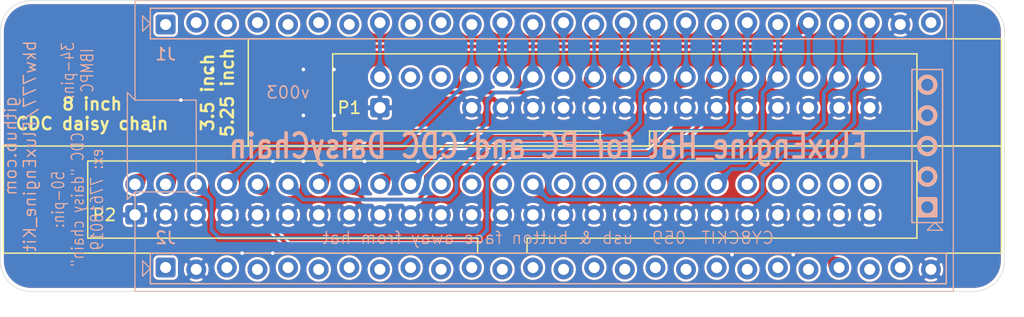
<source format=kicad_pcb>
(kicad_pcb (version 20240108) (generator "pcbnew") (generator_version "8.0")
  (title_block (title "FluxEngine_Hat for PC and CDC DaisyChain") (date "2024-04-29") (rev "003") (company "Brian K. White - b.kenyon.w@gmail.com") (comment 1 "github.com/bkw777/FluxEngine_Kit"))
  (layers (0 "F.Cu" signal) (31 "B.Cu" signal) (34 "B.Paste" user) (35 "F.Paste" user) (36 "B.SilkS" user "B.Silkscreen") (37 "F.SilkS" user "F.Silkscreen") (38 "B.Mask" user) (39 "F.Mask" user) (44 "Edge.Cuts" user))
  (net 0 "")
  (net 1 "GND")
  (net 4 "/SIDE")
  (net 5 "/~{DSB}")
  (net 6 "/~{REDWC}")
  (net 7 "/~{TRK0}")
  (net 8 "/~{MOTB}")
  (net 9 "/~{WGATE}")
  (net 10 "/~{INDEX}")
  (net 11 "/~{WPROT}")
  (net 12 "/~{DSA}")
  (net 13 "/~{MOTA}")
  (net 14 "/~{STEP}")
  (net 15 "/DIR")
  (net 54 "/~{DSKCHG}")
  (net 57 "/~{WDATA}")
  (net 58 "/~{RDATA}")
  (net 60 "/~{TG43}")
  (footprint "000_LOCAL:IDC-Header_2x17_P2.54mm_Latch_Vertical - FDD" (layer "F.Cu") (at 133.985 93.345 90)
    (property "Reference" "P1" (at 0 -2.54 0) (layer "F.SilkS"))
    (property "Value" "FDC_BUS_IBMPC")
    (fp_line (start 5.715 -10.922) (end 5.715 51.562) (stroke (width 0.12)) (layer "F.SilkS"))
    (fp_line (start -3.175 -10.922) (end 5.715 -10.922) (stroke (width 0.12)) (layer "F.SilkS"))
    (fp_line (start 4.47 -3.92) (end 4.47 44.56) (stroke (width 0.12)) (layer "F.SilkS"))
    (fp_line (start -1.93 -3.92) (end 4.47 -3.92) (stroke (width 0.12)) (layer "F.SilkS"))
    (fp_line (start -1.93 18.27) (end -1.93 -3.92) (stroke (width 0.12)) (layer "F.SilkS"))
    (fp_line (start -3.175 18.27) (end -1.93 18.27) (stroke (width 0.12)) (layer "F.SilkS"))
    (fp_line (start -1.93 22.37) (end -1.93 22.37) (stroke (width 0.12)) (layer "F.SilkS"))
    (fp_line (start -1.93 22.37) (end -3.175 22.37) (stroke (width 0.12)) (layer "F.SilkS"))
    (fp_line (start 4.47 44.56) (end -1.93 44.56) (stroke (width 0.12)) (layer "F.SilkS"))
    (fp_line (start -1.93 44.56) (end -1.93 22.37) (stroke (width 0.12)) (layer "F.SilkS"))
    (fp_line (start 5.715 51.562) (end -3.175 51.562) (stroke (width 0.12)) (layer "F.SilkS"))
    (fp_line (start -3.175 51.562) (end -3.175 -10.922) (stroke (width 0.12)) (layer "F.SilkS"))
    (pad "1" thru_hole roundrect (at 0 0 90) (size 1.6 1.6) (drill 0.95) (layers "*.Cu" "*.Mask") (roundrect_rratio 0.15625) (net 1 "GND"))
    (pad "2" thru_hole circle (at 2.54 0 90) (size 1.6 1.6) (drill 0.95) (layers "*.Cu" "*.Mask") (net 6 "/~{REDWC}"))
    (pad "4" thru_hole circle (at 2.54 2.54 90) (size 1.6 1.6) (drill 0.95) (layers "*.Cu" "*.Mask"))
    (pad "6" thru_hole circle (at 2.54 5.08 90) (size 1.6 1.6) (drill 0.95) (layers "*.Cu" "*.Mask"))
    (pad "7" thru_hole circle (at 0 7.62 90) (size 1.6 1.6) (drill 0.95) (layers "*.Cu" "*.Mask") (net 1 "GND"))
    (pad "8" thru_hole circle (at 2.54 7.62 90) (size 1.6 1.6) (drill 0.95) (layers "*.Cu" "*.Mask") (net 10 "/~{INDEX}"))
    (pad "9" thru_hole circle (at 0 10.16 90) (size 1.6 1.6) (drill 0.95) (layers "*.Cu" "*.Mask") (net 1 "GND"))
    (pad "10" thru_hole circle (at 2.54 10.16 90) (size 1.6 1.6) (drill 0.95) (layers "*.Cu" "*.Mask") (net 13 "/~{MOTA}"))
    (pad "11" thru_hole circle (at 0 12.7 90) (size 1.6 1.6) (drill 0.95) (layers "*.Cu" "*.Mask") (net 1 "GND"))
    (pad "12" thru_hole circle (at 2.54 12.7 90) (size 1.6 1.6) (drill 0.95) (layers "*.Cu" "*.Mask") (net 5 "/~{DSB}"))
    (pad "13" thru_hole circle (at 0 15.24 90) (size 1.6 1.6) (drill 0.95) (layers "*.Cu" "*.Mask") (net 1 "GND"))
    (pad "14" thru_hole circle (at 2.54 15.24 90) (size 1.6 1.6) (drill 0.95) (layers "*.Cu" "*.Mask") (net 12 "/~{DSA}"))
    (pad "15" thru_hole circle (at 0 17.78 90) (size 1.6 1.6) (drill 0.95) (layers "*.Cu" "*.Mask") (net 1 "GND"))
    (pad "16" thru_hole circle (at 2.54 17.78 90) (size 1.6 1.6) (drill 0.95) (layers "*.Cu" "*.Mask") (net 8 "/~{MOTB}"))
    (pad "17" thru_hole circle (at 0 20.32 90) (size 1.6 1.6) (drill 0.95) (layers "*.Cu" "*.Mask") (net 1 "GND"))
    (pad "18" thru_hole circle (at 2.54 20.32 90) (size 1.6 1.6) (drill 0.95) (layers "*.Cu" "*.Mask") (net 15 "/DIR"))
    (pad "19" thru_hole circle (at 0 22.86 90) (size 1.6 1.6) (drill 0.95) (layers "*.Cu" "*.Mask") (net 1 "GND"))
    (pad "20" thru_hole circle (at 2.54 22.86 90) (size 1.6 1.6) (drill 0.95) (layers "*.Cu" "*.Mask") (net 14 "/~{STEP}"))
    (pad "21" thru_hole circle (at 0 25.4 90) (size 1.6 1.6) (drill 0.95) (layers "*.Cu" "*.Mask") (net 1 "GND"))
    (pad "22" thru_hole circle (at 2.54 25.4 90) (size 1.6 1.6) (drill 0.95) (layers "*.Cu" "*.Mask") (net 57 "/~{WDATA}"))
    (pad "23" thru_hole circle (at 0 27.94 90) (size 1.6 1.6) (drill 0.95) (layers "*.Cu" "*.Mask") (net 1 "GND"))
    (pad "24" thru_hole circle (at 2.54 27.94 90) (size 1.6 1.6) (drill 0.95) (layers "*.Cu" "*.Mask") (net 9 "/~{WGATE}"))
    (pad "25" thru_hole circle (at 0 30.48 90) (size 1.6 1.6) (drill 0.95) (layers "*.Cu" "*.Mask") (net 1 "GND"))
    (pad "26" thru_hole circle (at 2.54 30.48 90) (size 1.6 1.6) (drill 0.95) (layers "*.Cu" "*.Mask") (net 7 "/~{TRK0}"))
    (pad "27" thru_hole circle (at 0 33.02 90) (size 1.6 1.6) (drill 0.95) (layers "*.Cu" "*.Mask") (net 1 "GND"))
    (pad "28" thru_hole circle (at 2.54 33.02 90) (size 1.6 1.6) (drill 0.95) (layers "*.Cu" "*.Mask") (net 11 "/~{WPROT}"))
    (pad "29" thru_hole circle (at 0 35.56 90) (size 1.6 1.6) (drill 0.95) (layers "*.Cu" "*.Mask") (net 1 "GND"))
    (pad "30" thru_hole circle (at 2.54 35.56 90) (size 1.6 1.6) (drill 0.95) (layers "*.Cu" "*.Mask") (net 58 "/~{RDATA}"))
    (pad "31" thru_hole circle (at 0 38.1 90) (size 1.6 1.6) (drill 0.95) (layers "*.Cu" "*.Mask") (net 1 "GND"))
    (pad "32" thru_hole circle (at 2.54 38.1 90) (size 1.6 1.6) (drill 0.95) (layers "*.Cu" "*.Mask") (net 4 "/SIDE"))
    (pad "33" thru_hole circle (at 0 40.64 90) (size 1.6 1.6) (drill 0.95) (layers "*.Cu" "*.Mask") (net 1 "GND"))
    (pad "34" thru_hole circle (at 2.54 40.64 90) (size 1.6 1.6) (drill 0.95) (layers "*.Cu" "*.Mask") (net 54 "/~{DSKCHG}"))
  )
  (footprint "000_LOCAL:IDC-Header_2x25_P2.54mm_Latch_Vertical" (layer "F.Cu") (at 113.665001 102.235001 90)
    (property "Reference" "P2" (at 0 -2.54 0) (layer "F.SilkS"))
    (property "Value" "FDC_BUS_CDC_DaisyChain")
    (fp_line (start 5.715 -10.922) (end 5.715 71.882) (stroke (width 0.12)) (layer "F.SilkS"))
    (fp_line (start -3.175 -10.922) (end 5.715 -10.922) (stroke (width 0.12)) (layer "F.SilkS"))
    (fp_line (start 4.47 -3.92) (end 4.47 64.88) (stroke (width 0.12)) (layer "F.SilkS"))
    (fp_line (start -1.930001 -3.92) (end 4.47 -3.92) (stroke (width 0.12)) (layer "F.SilkS"))
    (fp_line (start -1.93 28.43) (end -1.930001 -3.92) (stroke (width 0.12)) (layer "F.SilkS"))
    (fp_line (start -3.175 28.43) (end -1.93 28.43) (stroke (width 0.12)) (layer "F.SilkS"))
    (fp_line (start -1.93 32.530001) (end -1.93 32.530001) (stroke (width 0.12)) (layer "F.SilkS"))
    (fp_line (start -1.93 32.530001) (end -3.175 32.530001) (stroke (width 0.12)) (layer "F.SilkS"))
    (fp_line (start 4.47 64.88) (end -1.93 64.88) (stroke (width 0.12)) (layer "F.SilkS"))
    (fp_line (start -1.93 64.88) (end -1.93 32.530001) (stroke (width 0.12)) (layer "F.SilkS"))
    (fp_line (start 5.715 71.882) (end -3.175 71.882001) (stroke (width 0.12)) (layer "F.SilkS"))
    (fp_line (start -3.175 71.882001) (end -3.175 -10.922) (stroke (width 0.12)) (layer "F.SilkS"))
    (pad "1" thru_hole roundrect (at 0 0 90) (size 1.6 1.6) (drill 0.95) (layers "*.Cu" "*.Mask") (roundrect_rratio 0.15625) (net 1 "GND"))
    (pad "2" thru_hole circle (at 2.54 0 90) (size 1.6 1.6) (drill 0.95) (layers "*.Cu" "*.Mask") (net 58 "/~{RDATA}"))
    (pad "3" thru_hole circle (at 0 2.54 90) (size 1.6 1.6) (drill 0.95) (layers "*.Cu" "*.Mask") (net 1 "GND"))
    (pad "4" thru_hole circle (at 2.54 2.54 90) (size 1.6 1.6) (drill 0.95) (layers "*.Cu" "*.Mask") (net 8 "/~{MOTB}"))
    (pad "5" thru_hole circle (at 0 5.079999 90) (size 1.6 1.6) (drill 0.95) (layers "*.Cu" "*.Mask") (net 1 "GND"))
    (pad "6" thru_hole circle (at 2.54 5.08 90) (size 1.6 1.6) (drill 0.95) (layers "*.Cu" "*.Mask") (net 7 "/~{TRK0}"))
    (pad "7" thru_hole circle (at 0 7.62 90) (size 1.6 1.6) (drill 0.95) (layers "*.Cu" "*.Mask") (net 1 "GND"))
    (pad "8" thru_hole circle (at 2.54 7.62 90) (size 1.6 1.6) (drill 0.95) (layers "*.Cu" "*.Mask") (net 10 "/~{INDEX}"))
    (pad "9" thru_hole circle (at 0 10.16 90) (size 1.6 1.6) (drill 0.95) (layers "*.Cu" "*.Mask") (net 1 "GND"))
    (pad "10" thru_hole circle (at 2.54 10.16 90) (size 1.6 1.6) (drill 0.95) (layers "*.Cu" "*.Mask") (net 60 "/~{TG43}"))
    (pad "11" thru_hole circle (at 0 12.7 90) (size 1.6 1.6) (drill 0.95) (layers "*.Cu" "*.Mask") (net 1 "GND"))
    (pad "12" thru_hole circle (at 2.54 12.7 90) (size 1.6 1.6) (drill 0.95) (layers "*.Cu" "*.Mask") (net 14 "/~{STEP}"))
    (pad "13" thru_hole circle (at 0 15.24 90) (size 1.6 1.6) (drill 0.95) (layers "*.Cu" "*.Mask") (net 1 "GND"))
    (pad "14" thru_hole circle (at 2.54 15.24 90) (size 1.6 1.6) (drill 0.95) (layers "*.Cu" "*.Mask") (net 15 "/DIR"))
    (pad "15" thru_hole circle (at 0 17.780001 90) (size 1.6 1.6) (drill 0.95) (layers "*.Cu" "*.Mask") (net 1 "GND"))
    (pad "16" thru_hole circle (at 2.54 17.78 90) (size 1.6 1.6) (drill 0.95) (layers "*.Cu" "*.Mask") (net 9 "/~{WGATE}"))
    (pad "17" thru_hole circle (at 0 20.32 90) (size 1.6 1.6) (drill 0.95) (layers "*.Cu" "*.Mask") (net 1 "GND"))
    (pad "18" thru_hole circle (at 2.54 20.32 90) (size 1.6 1.6) (drill 0.95) (layers "*.Cu" "*.Mask") (net 57 "/~{WDATA}"))
    (pad "19" thru_hole circle (at 0 22.86 90) (size 1.6 1.6) (drill 0.95) (layers "*.Cu" "*.Mask") (net 1 "GND"))
    (pad "20" thru_hole circle (at 2.54 22.86 90) (size 1.6 1.6) (drill 0.95) (layers "*.Cu" "*.Mask") (net 5 "/~{DSB}"))
    (pad "21" thru_hole circle (at 0 25.4 90) (size 1.6 1.6) (drill 0.95) (layers "*.Cu" "*.Mask") (net 1 "GND"))
    (pad "22" thru_hole circle (at 2.54 25.4 90) (size 1.6 1.6) (drill 0.95) (layers "*.Cu" "*.Mask"))
    (pad "23" thru_hole circle (at 0 27.939999 90) (size 1.6 1.6) (drill 0.95) (layers "*.Cu" "*.Mask") (net 1 "GND"))
    (pad "24" thru_hole circle (at 2.54 27.94 90) (size 1.6 1.6) (drill 0.95) (layers "*.Cu" "*.Mask"))
    (pad "25" thru_hole circle (at 0 30.48 90) (size 1.6 1.6) (drill 0.95) (layers "*.Cu" "*.Mask") (net 1 "GND"))
    (pad "26" thru_hole circle (at 2.54 30.48 90) (size 1.6 1.6) (drill 0.95) (layers "*.Cu" "*.Mask"))
    (pad "27" thru_hole circle (at 0 33.02 90) (size 1.6 1.6) (drill 0.95) (layers "*.Cu" "*.Mask") (net 1 "GND"))
    (pad "28" thru_hole circle (at 2.54 33.02 90) (size 1.6 1.6) (drill 0.95) (layers "*.Cu" "*.Mask") (net 54 "/~{DSKCHG}"))
    (pad "29" thru_hole circle (at 0 35.56 90) (size 1.6 1.6) (drill 0.95) (layers "*.Cu" "*.Mask") (net 1 "GND"))
    (pad "30" thru_hole circle (at 2.54 35.56 90) (size 1.6 1.6) (drill 0.95) (layers "*.Cu" "*.Mask"))
    (pad "31" thru_hole circle (at 0 38.099999 90) (size 1.6 1.6) (drill 0.95) (layers "*.Cu" "*.Mask") (net 1 "GND"))
    (pad "32" thru_hole circle (at 2.54 38.1 90) (size 1.6 1.6) (drill 0.95) (layers "*.Cu" "*.Mask"))
    (pad "33" thru_hole circle (at 0 40.640001 90) (size 1.6 1.6) (drill 0.95) (layers "*.Cu" "*.Mask") (net 1 "GND"))
    (pad "34" thru_hole circle (at 2.54 40.64 90) (size 1.6 1.6) (drill 0.95) (layers "*.Cu" "*.Mask"))
    (pad "35" thru_hole circle (at 0 43.18 90) (size 1.6 1.6) (drill 0.95) (layers "*.Cu" "*.Mask") (net 1 "GND"))
    (pad "36" thru_hole circle (at 2.54 43.18 90) (size 1.6 1.6) (drill 0.95) (layers "*.Cu" "*.Mask") (net 11 "/~{WPROT}"))
    (pad "37" thru_hole circle (at 0 45.72 90) (size 1.6 1.6) (drill 0.95) (layers "*.Cu" "*.Mask") (net 1 "GND"))
    (pad "38" thru_hole circle (at 2.54 45.72 90) (size 1.6 1.6) (drill 0.95) (layers "*.Cu" "*.Mask"))
    (pad "39" thru_hole circle (at 0 48.26 90) (size 1.6 1.6) (drill 0.95) (layers "*.Cu" "*.Mask") (net 1 "GND"))
    (pad "40" thru_hole circle (at 2.54 48.26 90) (size 1.6 1.6) (drill 0.95) (layers "*.Cu" "*.Mask") (net 4 "/SIDE"))
    (pad "41" thru_hole circle (at 0 50.799999 90) (size 1.6 1.6) (drill 0.95) (layers "*.Cu" "*.Mask") (net 1 "GND"))
    (pad "42" thru_hole circle (at 2.54 50.8 90) (size 1.6 1.6) (drill 0.95) (layers "*.Cu" "*.Mask"))
    (pad "43" thru_hole circle (at 0 53.34 90) (size 1.6 1.6) (drill 0.95) (layers "*.Cu" "*.Mask") (net 1 "GND"))
    (pad "44" thru_hole circle (at 2.54 53.34 90) (size 1.6 1.6) (drill 0.95) (layers "*.Cu" "*.Mask"))
    (pad "45" thru_hole circle (at 0 55.88 90) (size 1.6 1.6) (drill 0.95) (layers "*.Cu" "*.Mask") (net 1 "GND"))
    (pad "46" thru_hole circle (at 2.54 55.88 90) (size 1.6 1.6) (drill 0.95) (layers "*.Cu" "*.Mask"))
    (pad "47" thru_hole circle (at 0 58.42 90) (size 1.6 1.6) (drill 0.95) (layers "*.Cu" "*.Mask") (net 1 "GND"))
    (pad "48" thru_hole circle (at 2.54 58.42 90) (size 1.6 1.6) (drill 0.95) (layers "*.Cu" "*.Mask"))
    (pad "49" thru_hole circle (at 0 60.959999 90) (size 1.6 1.6) (drill 0.95) (layers "*.Cu" "*.Mask") (net 1 "GND"))
    (pad "50" thru_hole circle (at 2.54 60.96 90) (size 1.6 1.6) (drill 0.95) (layers "*.Cu" "*.Mask"))
  )
  (footprint "000_LOCAL:CY8CKIT-059 dry fit" (layer "B.Cu") (at 116.205001 86.359999 -90)
    (property "Reference" "J1" (hide yes))
    (property "Value" "CY8CKIT-059")
    (fp_line (start 14.605 3.175) (end 5.715 3.175) (stroke (width 0.1)) (layer "B.SilkS"))
    (fp_line (start 6.35 2.54) (end 5.715 3.175) (stroke (width 0.1)) (layer "B.SilkS"))
    (fp_line (start 6.35 2.54) (end -1.905 2.54) (stroke (width 0.1)) (layer "B.SilkS"))
    (fp_line (start 6.35 2.54) (end 6.35 -2.54) (stroke (width 0.1)) (layer "B.SilkS"))
    (fp_line (start 13.97 2.54) (end 14.605 3.175) (stroke (width 0.1)) (layer "B.SilkS"))
    (fp_line (start 22.225 2.54) (end 13.97 2.54) (stroke (width 0.1)) (layer "B.SilkS"))
    (fp_line (start 22.225 2.54) (end 22.225 -65.3542) (stroke (width 0.1)) (layer "B.SilkS"))
    (fp_line (start -0.635 1.905) (end 0 1.27) (stroke (width 0.1)) (layer "B.SilkS"))
    (fp_line (start 0.635 1.905) (end -0.635 1.905) (stroke (width 0.1)) (layer "B.SilkS"))
    (fp_line (start 19.685 1.905) (end 20.32 1.27) (stroke (width 0.1)) (layer "B.SilkS"))
    (fp_line (start 20.955 1.905) (end 19.685 1.905) (stroke (width 0.1)) (layer "B.SilkS"))
    (fp_line (start 0 1.27) (end 0.635 1.905) (stroke (width 0.1)) (layer "B.SilkS"))
    (fp_line (start 1.27 1.27) (end -1.27 1.27) (stroke (width 0.12)) (layer "B.SilkS"))
    (fp_line (start 20.32 1.27) (end 20.955 1.905) (stroke (width 0.1)) (layer "B.SilkS"))
    (fp_line (start 21.59 1.27) (end 19.05 1.27) (stroke (width 0.12)) (layer "B.SilkS"))
    (fp_line (start 6.35 -2.54) (end 13.97 -2.54) (stroke (width 0.1)) (layer "B.SilkS"))
    (fp_line (start 13.97 -2.54) (end 13.97 2.54) (stroke (width 0.1)) (layer "B.SilkS"))
    (fp_line (start 3.809998 -61.9252) (end 16.509999 -61.925199) (stroke (width 0.12)) (layer "B.SilkS"))
    (fp_line (start 17.145 -63.1952) (end 16.51 -63.8302) (stroke (width 0.1)) (layer "B.SilkS"))
    (fp_line (start 16.51 -63.8302) (end 17.145 -64.4652) (stroke (width 0.1)) (layer "B.SilkS"))
    (fp_line (start 3.809998 -64.4652) (end 3.809998 -61.9252) (stroke (width 0.12)) (layer "B.SilkS"))
    (fp_line (start 3.809998 -64.4652) (end 16.509999 -64.465201) (stroke (width 0.12)) (layer "B.SilkS"))
    (fp_line (start 17.145 -64.4652) (end 17.145 -63.1952) (stroke (width 0.1)) (layer "B.SilkS"))
    (fp_line (start 16.509999 -64.465201) (end 16.509999 -61.925199) (stroke (width 0.12)) (layer "B.SilkS"))
    (fp_line (start -1.27 -64.77) (end -1.27 1.27) (stroke (width 0.12)) (layer "B.SilkS"))
    (fp_line (start 1.27 -64.77) (end 1.27 1.27) (stroke (width 0.12)) (layer "B.SilkS"))
    (fp_line (start 1.27 -64.77) (end -1.27 -64.77) (stroke (width 0.12)) (layer "B.SilkS"))
    (fp_line (start 19.05 -64.77) (end 19.05 1.27) (stroke (width 0.12)) (layer "B.SilkS"))
    (fp_line (start 21.59 -64.77) (end 21.59 1.27) (stroke (width 0.12)) (layer "B.SilkS"))
    (fp_line (start 21.59 -64.77) (end 19.05 -64.77) (stroke (width 0.12)) (layer "B.SilkS"))
    (fp_line (start -1.905 -65.3542) (end -1.905 2.54) (stroke (width 0.1)) (layer "B.SilkS"))
    (fp_line (start 22.225 -65.3542) (end -1.905 -65.3542) (stroke (width 0.1)) (layer "B.SilkS"))
    (fp_rect (start 15.9131 -63.8683) (end 14.5669 -62.5221) (stroke (width 0.35052)) (fill none) (layer "B.SilkS"))
    (fp_circle (center 5.08 -63.1952) (end 5.7531 -63.1952) (stroke (width 0.35052)) (fill none) (layer "B.SilkS"))
    (fp_circle (center 7.62 -63.1952) (end 8.2931 -63.1952) (stroke (width 0.35052)) (fill none) (layer "B.SilkS"))
    (fp_circle (center 10.16 -63.1952) (end 10.8331 -63.1952) (stroke (width 0.35052)) (fill none) (layer "B.SilkS"))
    (fp_circle (center 12.7 -63.1952) (end 13.3731 -63.1952) (stroke (width 0.35052)) (fill none) (layer "B.SilkS"))
    (fp_circle (center 15.24 -63.1952) (end 15.9131 -63.1952) (stroke (width 0.35052)) (fill none) (layer "B.SilkS"))
    (fp_text user "J2" (at 17.78 0 0) (layer "B.SilkS") (effects (justify mirror)))
    (fp_text user "J1" (at 2.54 0 0) (layer "B.SilkS") (effects (justify mirror)))
    (pad "J1_1" thru_hole roundrect (at 0.0762 0 270) (size 1.651 1.651) (drill 0.9144) (layers "*.Cu" "*.Mask") (roundrect_rratio 0.1514233798))
    (pad "J1_2" thru_hole circle (at -0.0762 -2.54 270) (size 1.651 1.651) (drill 0.9144) (layers "*.Cu" "*.Mask"))
    (pad "J1_3" thru_hole circle (at 0.0762 -5.08 270) (size 1.651 1.651) (drill 0.9144) (layers "*.Cu" "*.Mask"))
    (pad "J1_4" thru_hole circle (at -0.0762 -7.62 270) (size 1.651 1.651) (drill 0.9144) (layers "*.Cu" "*.Mask"))
    (pad "J1_5" thru_hole circle (at 0.0762 -10.16 270) (size 1.651 1.651) (drill 0.9144) (layers "*.Cu" "*.Mask"))
    (pad "J1_6" thru_hole circle (at -0.0762 -12.7 270) (size 1.651 1.651) (drill 0.9144) (layers "*.Cu" "*.Mask"))
    (pad "J1_7" thru_hole circle (at 0.0762 -15.24 270) (size 1.651 1.651) (drill 0.9144) (layers "*.Cu" "*.Mask"))
    (pad "J1_8" thru_hole circle (at -0.0762 -17.78 270) (size 1.651 1.651) (drill 0.9144) (layers "*.Cu" "*.Mask") (net 6 "/~{REDWC}"))
    (pad "J1_9" thru_hole circle (at 0.0762 -20.32 270) (size 1.651 1.651) (drill 0.9144) (layers "*.Cu" "*.Mask"))
    (pad "J1_10" thru_hole circle (at -0.0762 -22.86 270) (size 1.651 1.651) (drill 0.9144) (layers "*.Cu" "*.Mask"))
    (pad "J1_11" thru_hole circle (at 0.0762 -25.4 270) (size 1.651 1.651) (drill 0.9144) (layers "*.Cu" "*.Mask") (net 10 "/~{INDEX}"))
    (pad "J1_12" thru_hole circle (at -0.0762 -27.94 270) (size 1.651 1.651) (drill 0.9144) (layers "*.Cu" "*.Mask") (net 13 "/~{MOTA}"))
    (pad "J1_13" thru_hole circle (at 0.0762 -30.48 270) (size 1.651 1.651) (drill 0.9144) (layers "*.Cu" "*.Mask") (net 5 "/~{DSB}"))
    (pad "J1_14" thru_hole circle (at -0.0762 -33.02 270) (size 1.651 1.651) (drill 0.9144) (layers "*.Cu" "*.Mask") (net 12 "/~{DSA}"))
    (pad "J1_15" thru_hole circle (at 0.0762 -35.56 270) (size 1.651 1.651) (drill 0.9144) (layers "*.Cu" "*.Mask") (net 8 "/~{MOTB}"))
    (pad "J1_16" thru_hole circle (at -0.0762 -38.1 270) (size 1.651 1.651) (drill 0.9144) (layers "*.Cu" "*.Mask") (net 15 "/DIR"))
    (pad "J1_17" thru_hole circle (at 0.0762 -40.64 270) (size 1.651 1.651) (drill 0.9144) (layers "*.Cu" "*.Mask") (net 14 "/~{STEP}"))
    (pad "J1_18" thru_hole circle (at -0.0762 -43.18 270) (size 1.651 1.651) (drill 0.9144) (layers "*.Cu" "*.Mask") (net 57 "/~{WDATA}"))
    (pad "J1_19" thru_hole circle (at 0.0762 -45.72 270) (size 1.651 1.651) (drill 0.9144) (layers "*.Cu" "*.Mask") (net 9 "/~{WGATE}"))
    (pad "J1_20" thru_hole circle (at -0.0762 -48.26 270) (size 1.651 1.651) (drill 0.9144) (layers "*.Cu" "*.Mask") (net 7 "/~{TRK0}"))
    (pad "J1_21" thru_hole circle (at 0.0762 -50.8 270) (size 1.651 1.651) (drill 0.9144) (layers "*.Cu" "*.Mask") (net 11 "/~{WPROT}"))
    (pad "J1_22" thru_hole circle (at -0.0762 -53.34 270) (size 1.651 1.651) (drill 0.9144) (layers "*.Cu" "*.Mask") (net 58 "/~{RDATA}"))
    (pad "J1_23" thru_hole circle (at 0.0762 -55.88 270) (size 1.651 1.651) (drill 0.9144) (layers "*.Cu" "*.Mask") (net 4 "/SIDE"))
    (pad "J1_24" thru_hole circle (at -0.0762 -58.42 270) (size 1.651 1.651) (drill 0.9144) (layers "*.Cu" "*.Mask") (net 54 "/~{DSKCHG}"))
    (pad "J1_25" thru_hole circle (at 0.0762 -60.96 270) (size 1.651 1.651) (drill 0.9144) (layers "*.Cu" "*.Mask") (net 1 "GND"))
    (pad "J1_26" thru_hole circle (at -0.0762 -63.5 270) (size 1.651 1.651) (drill 0.9144) (layers "*.Cu" "*.Mask"))
    (pad "J2_1" thru_hole roundrect (at 20.2438 0 270) (size 1.651 1.651) (drill 0.9144) (layers "*.Cu" "*.Mask") (roundrect_rratio 0.1514233798))
    (pad "J2_2" thru_hole circle (at 20.3962 -2.54 270) (size 1.651 1.651) (drill 0.9144) (layers "*.Cu" "*.Mask") (net 1 "GND"))
    (pad "J2_3" thru_hole circle (at 20.2438 -5.08 270) (size 1.651 1.651) (drill 0.9144) (layers "*.Cu" "*.Mask"))
    (pad "J2_4" thru_hole circle (at 20.3962 -7.62 270) (size 1.651 1.651) (drill 0.9144) (layers "*.Cu" "*.Mask"))
    (pad "J2_5" thru_hole circle (at 20.2438 -10.16 270) (size 1.651 1.651) (drill 0.9144) (layers "*.Cu" "*.Mask"))
    (pad "J2_6" thru_hole circle (at 20.3962 -12.7 270) (size 1.651 1.651) (drill 0.9144) (layers "*.Cu" "*.Mask"))
    (pad "J2_7" thru_hole circle (at 20.2438 -15.24 270) (size 1.651 1.651) (drill 0.9144) (layers "*.Cu" "*.Mask"))
    (pad "J2_8" thru_hole circle (at 20.3962 -17.78 270) (size 1.651 1.651) (drill 0.9144) (layers "*.Cu" "*.Mask"))
    (pad "J2_9" thru_hole circle (at 20.2438 -20.32 270) (size 1.651 1.651) (drill 0.9144) (layers "*.Cu" "*.Mask"))
    (pad "J2_10" thru_hole circle (at 20.3962 -22.86 270) (size 1.651 1.651) (drill 0.9144) (layers "*.Cu" "*.Mask"))
    (pad "J2_11" thru_hole circle (at 20.2438 -25.4 270) (size 1.651 1.651) (drill 0.9144) (layers "*.Cu" "*.Mask"))
    (pad "J2_12" thru_hole circle (at 20.3962 -27.94 270) (size 1.651 1.651) (drill 0.9144) (layers "*.Cu" "*.Mask"))
    (pad "J2_13" thru_hole circle (at 20.2438 -30.48 270) (size 1.651 1.651) (drill 0.9144) (layers "*.Cu" "*.Mask"))
    (pad "J2_14" thru_hole circle (at 20.3962 -33.02 270) (size 1.651 1.651) (drill 0.9144) (layers "*.Cu" "*.Mask"))
    (pad "J2_15" thru_hole circle (at 20.2438 -35.56 270) (size 1.651 1.651) (drill 0.9144) (layers "*.Cu" "*.Mask"))
    (pad "J2_16" thru_hole circle (at 20.3962 -38.1 270) (size 1.651 1.651) (drill 0.9144) (layers "*.Cu" "*.Mask"))
    (pad "J2_17" thru_hole circle (at 20.2438 -40.64 270) (size 1.651 1.651) (drill 0.9144) (layers "*.Cu" "*.Mask"))
    (pad "J2_18" thru_hole circle (at 20.3962 -43.18 270) (size 1.651 1.651) (drill 0.9144) (layers "*.Cu" "*.Mask"))
    (pad "J2_19" thru_hole circle (at 20.2438 -45.72 270) (size 1.651 1.651) (drill 0.9144) (layers "*.Cu" "*.Mask"))
    (pad "J2_20" thru_hole circle (at 20.3962 -48.26 270) (size 1.651 1.651) (drill 0.9144) (layers "*.Cu" "*.Mask"))
    (pad "J2_21" thru_hole circle (at 20.2438 -50.8 270) (size 1.651 1.651) (drill 0.9144) (layers "*.Cu" "*.Mask"))
    (pad "J2_22" thru_hole circle (at 20.3962 -53.34 270) (size 1.651 1.651) (drill 0.9144) (layers "*.Cu" "*.Mask"))
    (pad "J2_23" thru_hole circle (at 20.2438 -55.88 270) (size 1.651 1.651) (drill 0.9144) (layers "*.Cu" "*.Mask") (net 60 "/~{TG43}"))
    (pad "J2_24" thru_hole circle (at 20.3962 -58.42 270) (size 1.651 1.651) (drill 0.9144) (layers "*.Cu" "*.Mask"))
    (pad "J2_25" thru_hole circle (at 20.2438 -60.96 270) (size 1.651 1.651) (drill 0.9144) (layers "*.Cu" "*.Mask"))
    (pad "J2_26" thru_hole circle (at 20.3962 -63.5 270) (size 1.651 1.651) (drill 0.9144) (layers "*.Cu" "*.Mask") (net 1 "GND"))
  )
  (gr_arc (start 183.261 84.455001) (mid 185.057051 85.198949) (end 185.801 86.995) (stroke (width 0.05)) (layer "Edge.Cuts"))
  (gr_arc (start 102.489 86.995) (mid 103.232949 85.198948) (end 105.029001 84.454999) (stroke (width 0.05)) (layer "Edge.Cuts"))
  (gr_arc (start 185.801 106.045) (mid 185.057051 107.841051) (end 183.261 108.585) (stroke (width 0.05)) (layer "Edge.Cuts"))
  (gr_line (start 102.489 86.995) (end 102.489 106.045) (stroke (width 0.05)) (layer "Edge.Cuts"))
  (gr_line (start 183.261 84.455001) (end 105.029001 84.454999) (stroke (width 0.05)) (layer "Edge.Cuts"))
  (gr_line (start 185.801 106.045) (end 185.801 86.995) (stroke (width 0.05)) (layer "Edge.Cuts"))
  (gr_line (start 105.029 108.584999) (end 183.261 108.585) (stroke (width 0.05)) (layer "Edge.Cuts"))
  (gr_arc (start 105.029 108.584999) (mid 103.232949 107.841051) (end 102.489 106.045) (stroke (width 0.05)) (layer "Edge.Cuts"))
  (gr_text "${TITLE}" (at 147.955001 96.52 0) (layer "B.SilkS") (effects (font (size 2 1.6) (thickness 0.3)) (justify mirror)))
  (gr_text "50-pin:\nCDC {dblquote}daisy chain{dblquote}\nex: 77618019" (at 108.905001 100.959999 90) (layer "B.SilkS") (effects (font (size 1 0.8) (thickness 0.1)) (justify mirror)))
  (gr_text "github.com\nbkw777/FluxEngine_Kit" (at 104.140001 96.519999 90) (layer "B.SilkS") (effects (font (size 1 1) (thickness 0.12)) (justify mirror)))
  (gr_text "v${REVISION}" (at 126.365001 92.074999 0) (layer "B.SilkS") (effects (font (size 1 1) (thickness 0.12)) (justify mirror)))
  (gr_text "34-pin:\nIBMPC" (at 108.905001 90.259999 90) (layer "B.SilkS") (effects (font (size 1 0.8) (thickness 0.1)) (justify mirror)))
  (gr_text "CY8CKIT-059  usb & button face away from hat" (at 147.955001 104.139999 0) (layer "B.SilkS") (effects (font (size 1 1) (thickness 0.1)) (justify mirror)))
  (gr_text "8 inch\nCDC daisy chain" (at 110.105001 95.259999 0) (layer "F.SilkS") (effects (font (size 1.016 1.016) (thickness 0.2032) (bold yes)) (justify bottom)))
  (gr_text "3.5 inch\n5.25 inch" (at 121.920001 92.074999 90) (layer "F.SilkS") (effects (font (size 1.016 1.016) (thickness 0.2032) (bold yes)) (justify bottom)))
  (via (at 168.275001 105.536999) (size 0.6) (drill 0.3) (layers "F.Cu" "B.Cu") (net 1))
  (via (at 117.475001 92.709999) (size 0.6) (drill 0.3) (layers "F.Cu" "B.Cu") (net 1))
  (via (at 132.715001 97.789999) (size 0.6) (drill 0.3) (layers "F.Cu" "B.Cu") (net 1))
  (via (at 127.635001 97.789999) (size 0.6) (drill 0.3) (layers "F.Cu" "B.Cu") (net 1))
  (via (at 125.095001 97.789999) (size 0.6) (drill 0.3) (layers "F.Cu" "B.Cu") (net 1))
  (via (at 130.175001 93.979999) (size 0.6) (drill 0.3) (layers "F.Cu" "B.Cu") (net 1))
  (via (at 127.635001 93.979999) (size 0.6) (drill 0.3) (layers "F.Cu" "B.Cu") (net 1))
  (via (at 114.935001 95.249999) (size 0.6) (drill 0.3) (layers "F.Cu" "B.Cu") (net 1))
  (via (at 120.015001 90.169999) (size 0.6) (drill 0.3) (layers "F.Cu" "B.Cu") (net 1))
  (via (at 130.175001 90.169999) (size 0.6) (drill 0.3) (layers "F.Cu" "B.Cu") (net 1))
  (via (at 127.635001 90.169999) (size 0.6) (drill 0.3) (layers "F.Cu" "B.Cu") (net 1))
  (via (at 137.160001 97.789999) (size 0.6) (drill 0.3) (layers "F.Cu" "B.Cu") (net 1))
  (via (at 125.095001 105.409999) (size 0.6) (drill 0.3) (layers "F.Cu" "B.Cu") (net 1))
  (via (at 163.195001 105.536999) (size 0.6) (drill 0.3) (layers "F.Cu" "B.Cu") (net 1))
  (via (at 122.555001 105.409999) (size 0.6) (drill 0.3) (layers "F.Cu" "B.Cu") (net 1))
  (segment (start 169.545001 95.884999) (end 167.005001 95.884999) (width 0.3) (layer "B.Cu") (net 4))
  (segment (start 172.085 86.4362) (end 172.085001 86.436199) (width 0.3) (layer "B.Cu") (net 4))
  (segment (start 172.085 90.805) (end 172.085 86.4362) (width 0.3) (layer "B.Cu") (net 4))
  (segment (start 170.815001 92.074999) (end 170.815001 94.614999) (width 0.3) (layer "B.Cu") (net 4))
  (segment (start 170.815001 94.614999) (end 169.545001 95.884999) (width 0.3) (layer "B.Cu") (net 4))
  (segment (start 172.085 90.805) (end 170.815001 92.074999) (width 0.3) (layer "B.Cu") (net 4))
  (segment (start 167.005001 95.884999) (end 164.465001 98.424999) (width 0.3) (layer "B.Cu") (net 4))
  (segment (start 164.465001 98.424999) (end 163.195001 98.424999) (width 0.3) (layer "B.Cu") (net 4))
  (segment (start 163.195001 98.424999) (end 161.925001 99.695001) (width 0.3) (layer "B.Cu") (net 4))
  (segment (start 145.415001 92.074999) (end 146.685 90.805) (width 0.3) (layer "B.Cu") (net 5))
  (segment (start 142.875001 92.709999) (end 143.510001 92.074999) (width 0.3) (layer "B.Cu") (net 5))
  (segment (start 140.970001 96.519999) (end 142.875001 94.614999) (width 0.3) (layer "B.Cu") (net 5))
  (segment (start 146.685 90.805) (end 146.685 86.4362) (width 0.3) (layer "B.Cu") (net 5))
  (segment (start 136.525001 99.695001) (end 139.700001 96.519999) (width 0.3) (layer "B.Cu") (net 5))
  (segment (start 143.510001 92.074999) (end 145.415001 92.074999) (width 0.3) (layer "B.Cu") (net 5))
  (segment (start 142.875001 94.614999) (end 142.875001 92.709999) (width 0.3) (layer "B.Cu") (net 5))
  (segment (start 146.685 86.4362) (end 146.685001 86.436199) (width 0.3) (layer "B.Cu") (net 5))
  (segment (start 139.700001 96.519999) (end 140.970001 96.519999) (width 0.3) (layer "B.Cu") (net 5))
  (segment (start 133.985 86.2838) (end 133.985001 86.283799) (width 0.3) (layer "B.Cu") (net 6))
  (segment (start 133.985 90.805) (end 133.985 86.2838) (width 0.3) (layer "B.Cu") (net 6))
  (segment (start 120.015001 103.504999) (end 120.015001 100.965001) (width 0.3) (layer "B.Cu") (net 7))
  (segment (start 142.240001 104.139999) (end 120.650001 104.139999) (width 0.3) (layer "B.Cu") (net 7))
  (segment (start 164.465 90.805) (end 164.465 86.2838) (width 0.3) (layer "B.Cu") (net 7))
  (segment (start 158.115001 95.249999) (end 156.210001 97.154999) (width 0.3) (layer "B.Cu") (net 7))
  (segment (start 163.195001 92.074999) (end 163.195001 94.614999) (width 0.3) (layer "B.Cu") (net 7))
  (segment (start 156.210001 97.154999) (end 144.780001 97.154999) (width 0.3) (layer "B.Cu") (net 7))
  (segment (start 162.560001 95.249999) (end 158.115001 95.249999) (width 0.3) (layer "B.Cu") (net 7))
  (segment (start 163.195001 94.614999) (end 162.560001 95.249999) (width 0.3) (layer "B.Cu") (net 7))
  (segment (start 120.015001 100.965001) (end 118.745001 99.695001) (width 0.3) (layer "B.Cu") (net 7))
  (segment (start 120.650001 104.139999) (end 120.015001 103.504999) (width 0.3) (layer "B.Cu") (net 7))
  (segment (start 142.875001 99.059999) (end 142.875001 103.504999) (width 0.3) (layer "B.Cu") (net 7))
  (segment (start 164.465 90.805) (end 163.195001 92.074999) (width 0.3) (layer "B.Cu") (net 7))
  (segment (start 144.780001 97.154999) (end 142.875001 99.059999) (width 0.3) (layer "B.Cu") (net 7))
  (segment (start 164.465 86.2838) (end 164.465001 86.283799) (width 0.3) (layer "B.Cu") (net 7))
  (segment (start 142.875001 103.504999) (end 142.240001 104.139999) (width 0.3) (layer "B.Cu") (net 7))
  (segment (start 150.495001 92.074999) (end 151.765 90.805) (width 0.3) (layer "F.Cu") (net 8))
  (segment (start 116.205001 99.695001) (end 123.825003 92.074999) (width 0.3) (layer "F.Cu") (net 8))
  (segment (start 123.825003 92.074999) (end 150.495001 92.074999) (width 0.3) (layer "F.Cu") (net 8))
  (segment (start 151.765 90.805) (end 151.765 86.4362) (width 0.3) (layer "B.Cu") (net 8))
  (segment (start 151.765 86.4362) (end 151.765001 86.436199) (width 0.3) (layer "B.Cu") (net 8))
  (segment (start 139.065001 97.789999) (end 157.480001 97.789999) (width 0.3) (layer "F.Cu") (net 9))
  (segment (start 137.160001 100.964999) (end 137.795001 100.329999) (width 0.3) (layer "F.Cu") (net 9))
  (segment (start 157.480001 97.789999) (end 160.655001 94.614999) (width 0.3) (layer "F.Cu") (net 9))
  (segment (start 131.445001 99.695001) (end 132.714999 100.964999) (width 0.3) (layer "F.Cu") (net 9))
  (segment (start 137.795001 100.329999) (end 137.795001 99.059999) (width 0.3) (layer "F.Cu") (net 9))
  (segment (start 160.655001 92.074999) (end 161.925 90.805) (width 0.3) (layer "F.Cu") (net 9))
  (segment (start 160.655001 94.614999) (end 160.655001 92.074999) (width 0.3) (layer "F.Cu") (net 9))
  (segment (start 137.795001 99.059999) (end 139.065001 97.789999) (width 0.3) (layer "F.Cu") (net 9))
  (segment (start 132.714999 100.964999) (end 137.160001 100.964999) (width 0.3) (layer "F.Cu") (net 9))
  (segment (start 161.925 90.805) (end 161.925 86.4362) (width 0.3) (layer "B.Cu") (net 9))
  (segment (start 161.925 86.4362) (end 161.925001 86.436199) (width 0.3) (layer "B.Cu") (net 9))
  (segment (start 124.460003 96.519999) (end 121.285001 99.695001) (width 0.3) (layer "B.Cu") (net 10))
  (segment (start 141.605 90.805) (end 135.890001 96.519999) (width 0.3) (layer "B.Cu") (net 10))
  (segment (start 141.605 90.805) (end 141.605 86.4362) (width 0.3) (layer "B.Cu") (net 10))
  (segment (start 141.605 86.4362) (end 141.605001 86.436199) (width 0.3) (layer "B.Cu") (net 10))
  (segment (start 135.890001 96.519999) (end 124.460003 96.519999) (width 0.3) (layer "B.Cu") (net 10))
  (segment (start 159.385003 97.154999) (end 156.845001 99.695001) (width 0.3) (layer "B.Cu") (net 11))
  (segment (start 163.830001 97.154999) (end 159.385003 97.154999) (width 0.3) (layer "B.Cu") (net 11))
  (segment (start 167.005 90.805) (end 165.735001 92.074999) (width 0.3) (layer "B.Cu") (net 11))
  (segment (start 167.005 90.805) (end 167.005 86.4362) (width 0.3) (layer "B.Cu") (net 11))
  (segment (start 167.005 86.4362) (end 167.005001 86.436199) (width 0.3) (layer "B.Cu") (net 11))
  (segment (start 165.735001 92.074999) (end 165.735001 95.249999) (width 0.3) (layer "B.Cu") (net 11))
  (segment (start 165.735001 95.249999) (end 163.830001 97.154999) (width 0.3) (layer "B.Cu") (net 11))
  (segment (start 149.225 86.2838) (end 149.225001 86.283799) (width 0.3) (layer "B.Cu") (net 12))
  (segment (start 149.225 90.805) (end 149.225 86.2838) (width 0.3) (layer "B.Cu") (net 12))
  (segment (start 144.145 86.2838) (end 144.145001 86.283799) (width 0.3) (layer "B.Cu") (net 13))
  (segment (start 144.145 90.805) (end 144.145 86.2838) (width 0.3) (layer "B.Cu") (net 13))
  (segment (start 154.305001 95.884999) (end 143.510001 95.884999) (width 0.3) (layer "B.Cu") (net 14))
  (segment (start 155.575001 92.074999) (end 155.575001 94.614999) (width 0.3) (layer "B.Cu") (net 14))
  (segment (start 155.575001 94.614999) (end 154.305001 95.884999) (width 0.3) (layer "B.Cu") (net 14))
  (segment (start 140.335001 99.059999) (end 140.335001 100.329999) (width 0.3) (layer "B.Cu") (net 14))
  (segment (start 156.845 90.805) (end 156.845 86.4362) (width 0.3) (layer "B.Cu") (net 14))
  (segment (start 156.845 86.4362) (end 156.845001 86.436199) (width 0.3) (layer "B.Cu") (net 14))
  (segment (start 140.335001 100.329999) (end 139.700001 100.964999) (width 0.3) (layer "B.Cu") (net 14))
  (segment (start 143.510001 95.884999) (end 140.335001 99.059999) (width 0.3) (layer "B.Cu") (net 14))
  (segment (start 127.634999 100.964999) (end 126.365001 99.695001) (width 0.3) (layer "B.Cu") (net 14))
  (segment (start 139.700001 100.964999) (end 127.634999 100.964999) (width 0.3) (layer "B.Cu") (net 14))
  (segment (start 156.845 90.805) (end 155.575001 92.074999) (width 0.3) (layer "B.Cu") (net 14))
  (segment (start 153.035001 94.614999) (end 153.035001 92.074999) (width 0.3) (layer "F.Cu") (net 15))
  (segment (start 133.350003 95.249999) (end 152.400001 95.249999) (width 0.3) (layer "F.Cu") (net 15))
  (segment (start 153.035001 92.074999) (end 154.305 90.805) (width 0.3) (layer "F.Cu") (net 15))
  (segment (start 152.400001 95.249999) (end 153.035001 94.614999) (width 0.3) (layer "F.Cu") (net 15))
  (segment (start 128.905001 99.695001) (end 133.350003 95.249999) (width 0.3) (layer "F.Cu") (net 15))
  (segment (start 154.305 90.805) (end 154.305 86.2838) (width 0.3) (layer "B.Cu") (net 15))
  (segment (start 154.305 86.2838) (end 154.305001 86.283799) (width 0.3) (layer "B.Cu") (net 15))
  (segment (start 174.625 90.805) (end 173.355001 92.074999) (width 0.3) (layer "B.Cu") (net 54))
  (segment (start 165.735001 99.059999) (end 165.735001 100.329999) (width 0.3) (layer "B.Cu") (net 54))
  (segment (start 167.640001 97.154999) (end 165.735001 99.059999) (width 0.3) (layer "B.Cu") (net 54))
  (segment (start 170.815001 97.154999) (end 167.640001 97.154999) (width 0.3) (layer "B.Cu") (net 54))
  (segment (start 165.735001 100.329999) (end 165.100001 100.964999) (width 0.3) (layer "B.Cu") (net 54))
  (segment (start 147.954999 100.964999) (end 146.685001 99.695001) (width 0.3) (layer "B.Cu") (net 54))
  (segment (start 173.355001 92.074999) (end 173.355001 94.614999) (width 0.3) (layer "B.Cu") (net 54))
  (segment (start 173.355001 94.614999) (end 170.815001 97.154999) (width 0.3) (layer "B.Cu") (net 54))
  (segment (start 165.100001 100.964999) (end 147.954999 100.964999) (width 0.3) (layer "B.Cu") (net 54))
  (segment (start 174.625 90.805) (end 174.625 86.2838) (width 0.3) (layer "B.Cu") (net 54))
  (segment (start 174.625 86.2838) (end 174.625001 86.283799) (width 0.3) (layer "B.Cu") (net 54))
  (segment (start 158.115001 94.614999) (end 158.115001 92.074999) (width 0.3) (layer "F.Cu") (net 57))
  (segment (start 158.115001 92.074999) (end 159.385 90.805) (width 0.3) (layer "F.Cu") (net 57))
  (segment (start 137.160003 96.519999) (end 156.210001 96.519999) (width 0.3) (layer "F.Cu") (net 57))
  (segment (start 133.985001 99.695001) (end 137.160003 96.519999) (width 0.3) (layer "F.Cu") (net 57))
  (segment (start 156.210001 96.519999) (end 158.115001 94.614999) (width 0.3) (layer "F.Cu") (net 57))
  (segment (start 159.385 90.805) (end 159.385 86.2838) (width 0.3) (layer "B.Cu") (net 57))
  (segment (start 159.385 86.2838) (end 159.385001 86.283799) (width 0.3) (layer "B.Cu") (net 57))
  (segment (start 167.563801 88.264999) (end 169.545001 86.283799) (width 0.3) (layer "F.Cu") (net 58))
  (segment (start 113.665001 99.695001) (end 125.095003 88.264999) (width 0.3) (layer "F.Cu") (net 58))
  (segment (start 125.095003 88.264999) (end 167.563801 88.264999) (width 0.3) (layer "F.Cu") (net 58))
  (segment (start 169.545 86.2838) (end 169.545001 86.283799) (width 0.3) (layer "B.Cu") (net 58))
  (segment (start 169.545 90.805) (end 169.545 86.2838) (width 0.3) (layer "B.Cu") (net 58))
  (segment (start 170.256201 104.774999) (end 126.365001 104.774999) (width 0.3) (layer "F.Cu") (net 60))
  (segment (start 125.095001 100.965001) (end 123.825001 99.695001) (width 0.3) (layer "F.Cu") (net 60))
  (segment (start 172.085001 106.603799) (end 170.256201 104.774999) (width 0.3) (layer "F.Cu") (net 60))
  (segment (start 126.365001 104.774999) (end 125.095001 103.504999) (width 0.3) (layer "F.Cu") (net 60))
  (segment (start 125.095001 103.504999) (end 125.095001 100.965001) (width 0.3) (layer "F.Cu") (net 60))
  (zone (net 1) (net_name "GND") (layers "F&B.Cu") (connect_pads (clearance 0.2)) (min_thickness 0.2) (fill yes (thermal_gap 0.2) (thermal_bridge_width 0.4) (smoothing fillet) (radius 0.1))
    (polygon (pts (xy 185.800999 84.454999) (xy 185.800999 108.585001) (xy 102.489 108.585001) (xy 102.489 84.454999)))
  )
)
</source>
